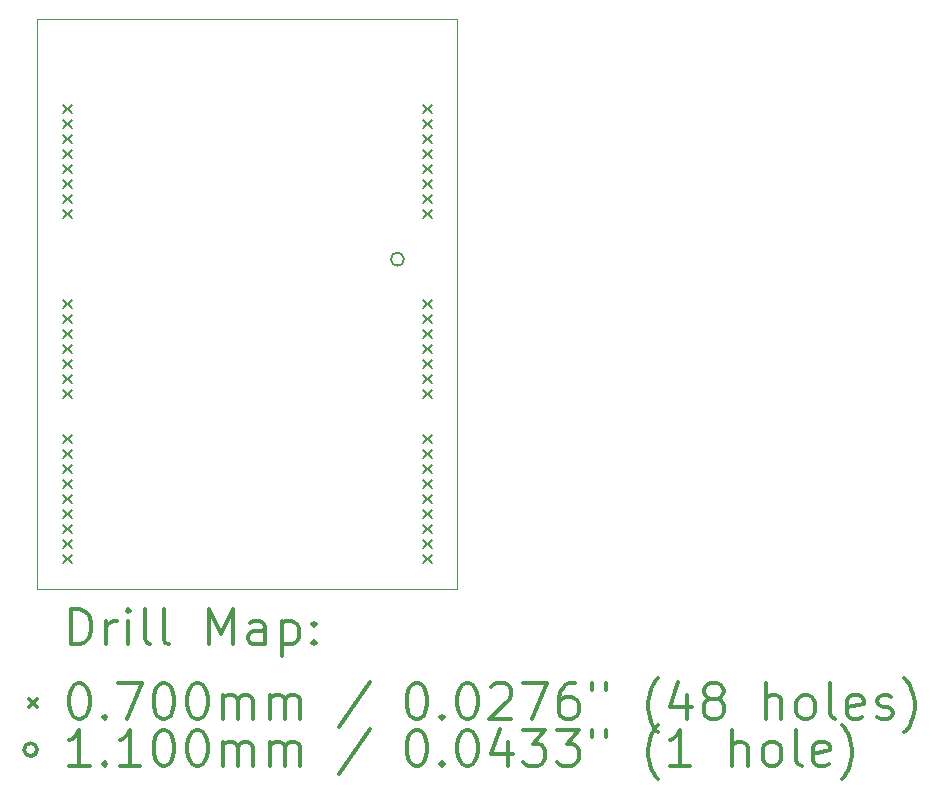
<source format=gbr>
%FSLAX45Y45*%
G04 Gerber Fmt 4.5, Leading zero omitted, Abs format (unit mm)*
G04 Created by KiCad (PCBNEW (5.1.10)-1) date 2021-12-23 11:07:06*
%MOMM*%
%LPD*%
G01*
G04 APERTURE LIST*
%TA.AperFunction,Profile*%
%ADD10C,0.050000*%
%TD*%
%ADD11C,0.200000*%
%ADD12C,0.300000*%
G04 APERTURE END LIST*
D10*
X13970000Y-12319000D02*
X17526000Y-12319000D01*
X13970000Y-7493000D02*
X13970000Y-12319000D01*
X17526000Y-7493000D02*
X13970000Y-7493000D01*
X17526000Y-12319000D02*
X17526000Y-7493000D01*
D11*
X14189000Y-8220000D02*
X14259000Y-8290000D01*
X14259000Y-8220000D02*
X14189000Y-8290000D01*
X14189000Y-8347000D02*
X14259000Y-8417000D01*
X14259000Y-8347000D02*
X14189000Y-8417000D01*
X14189000Y-8474000D02*
X14259000Y-8544000D01*
X14259000Y-8474000D02*
X14189000Y-8544000D01*
X14189000Y-8601000D02*
X14259000Y-8671000D01*
X14259000Y-8601000D02*
X14189000Y-8671000D01*
X14189000Y-8728000D02*
X14259000Y-8798000D01*
X14259000Y-8728000D02*
X14189000Y-8798000D01*
X14189000Y-8855000D02*
X14259000Y-8925000D01*
X14259000Y-8855000D02*
X14189000Y-8925000D01*
X14189000Y-8982000D02*
X14259000Y-9052000D01*
X14259000Y-8982000D02*
X14189000Y-9052000D01*
X14189000Y-9109000D02*
X14259000Y-9179000D01*
X14259000Y-9109000D02*
X14189000Y-9179000D01*
X14189000Y-9871000D02*
X14259000Y-9941000D01*
X14259000Y-9871000D02*
X14189000Y-9941000D01*
X14189000Y-9998000D02*
X14259000Y-10068000D01*
X14259000Y-9998000D02*
X14189000Y-10068000D01*
X14189000Y-10125000D02*
X14259000Y-10195000D01*
X14259000Y-10125000D02*
X14189000Y-10195000D01*
X14189000Y-10252000D02*
X14259000Y-10322000D01*
X14259000Y-10252000D02*
X14189000Y-10322000D01*
X14189000Y-10379000D02*
X14259000Y-10449000D01*
X14259000Y-10379000D02*
X14189000Y-10449000D01*
X14189000Y-10506000D02*
X14259000Y-10576000D01*
X14259000Y-10506000D02*
X14189000Y-10576000D01*
X14189000Y-10633000D02*
X14259000Y-10703000D01*
X14259000Y-10633000D02*
X14189000Y-10703000D01*
X14189000Y-11014000D02*
X14259000Y-11084000D01*
X14259000Y-11014000D02*
X14189000Y-11084000D01*
X14189000Y-11141000D02*
X14259000Y-11211000D01*
X14259000Y-11141000D02*
X14189000Y-11211000D01*
X14189000Y-11268000D02*
X14259000Y-11338000D01*
X14259000Y-11268000D02*
X14189000Y-11338000D01*
X14189000Y-11395000D02*
X14259000Y-11465000D01*
X14259000Y-11395000D02*
X14189000Y-11465000D01*
X14189000Y-11522000D02*
X14259000Y-11592000D01*
X14259000Y-11522000D02*
X14189000Y-11592000D01*
X14189000Y-11649000D02*
X14259000Y-11719000D01*
X14259000Y-11649000D02*
X14189000Y-11719000D01*
X14189000Y-11776000D02*
X14259000Y-11846000D01*
X14259000Y-11776000D02*
X14189000Y-11846000D01*
X14189000Y-11903000D02*
X14259000Y-11973000D01*
X14259000Y-11903000D02*
X14189000Y-11973000D01*
X14189000Y-12030000D02*
X14259000Y-12100000D01*
X14259000Y-12030000D02*
X14189000Y-12100000D01*
X17237000Y-8220000D02*
X17307000Y-8290000D01*
X17307000Y-8220000D02*
X17237000Y-8290000D01*
X17237000Y-8347000D02*
X17307000Y-8417000D01*
X17307000Y-8347000D02*
X17237000Y-8417000D01*
X17237000Y-8474000D02*
X17307000Y-8544000D01*
X17307000Y-8474000D02*
X17237000Y-8544000D01*
X17237000Y-8601000D02*
X17307000Y-8671000D01*
X17307000Y-8601000D02*
X17237000Y-8671000D01*
X17237000Y-8728000D02*
X17307000Y-8798000D01*
X17307000Y-8728000D02*
X17237000Y-8798000D01*
X17237000Y-8855000D02*
X17307000Y-8925000D01*
X17307000Y-8855000D02*
X17237000Y-8925000D01*
X17237000Y-8982000D02*
X17307000Y-9052000D01*
X17307000Y-8982000D02*
X17237000Y-9052000D01*
X17237000Y-9109000D02*
X17307000Y-9179000D01*
X17307000Y-9109000D02*
X17237000Y-9179000D01*
X17237000Y-9871000D02*
X17307000Y-9941000D01*
X17307000Y-9871000D02*
X17237000Y-9941000D01*
X17237000Y-9998000D02*
X17307000Y-10068000D01*
X17307000Y-9998000D02*
X17237000Y-10068000D01*
X17237000Y-10125000D02*
X17307000Y-10195000D01*
X17307000Y-10125000D02*
X17237000Y-10195000D01*
X17237000Y-10252000D02*
X17307000Y-10322000D01*
X17307000Y-10252000D02*
X17237000Y-10322000D01*
X17237000Y-10379000D02*
X17307000Y-10449000D01*
X17307000Y-10379000D02*
X17237000Y-10449000D01*
X17237000Y-10506000D02*
X17307000Y-10576000D01*
X17307000Y-10506000D02*
X17237000Y-10576000D01*
X17237000Y-10633000D02*
X17307000Y-10703000D01*
X17307000Y-10633000D02*
X17237000Y-10703000D01*
X17237000Y-11014000D02*
X17307000Y-11084000D01*
X17307000Y-11014000D02*
X17237000Y-11084000D01*
X17237000Y-11141000D02*
X17307000Y-11211000D01*
X17307000Y-11141000D02*
X17237000Y-11211000D01*
X17237000Y-11268000D02*
X17307000Y-11338000D01*
X17307000Y-11268000D02*
X17237000Y-11338000D01*
X17237000Y-11395000D02*
X17307000Y-11465000D01*
X17307000Y-11395000D02*
X17237000Y-11465000D01*
X17237000Y-11522000D02*
X17307000Y-11592000D01*
X17307000Y-11522000D02*
X17237000Y-11592000D01*
X17237000Y-11649000D02*
X17307000Y-11719000D01*
X17307000Y-11649000D02*
X17237000Y-11719000D01*
X17237000Y-11776000D02*
X17307000Y-11846000D01*
X17307000Y-11776000D02*
X17237000Y-11846000D01*
X17237000Y-11903000D02*
X17307000Y-11973000D01*
X17307000Y-11903000D02*
X17237000Y-11973000D01*
X17237000Y-12030000D02*
X17307000Y-12100000D01*
X17307000Y-12030000D02*
X17237000Y-12100000D01*
X17073000Y-9525000D02*
G75*
G03*
X17073000Y-9525000I-55000J0D01*
G01*
D12*
X14253928Y-12787214D02*
X14253928Y-12487214D01*
X14325357Y-12487214D01*
X14368214Y-12501500D01*
X14396786Y-12530071D01*
X14411071Y-12558643D01*
X14425357Y-12615786D01*
X14425357Y-12658643D01*
X14411071Y-12715786D01*
X14396786Y-12744357D01*
X14368214Y-12772929D01*
X14325357Y-12787214D01*
X14253928Y-12787214D01*
X14553928Y-12787214D02*
X14553928Y-12587214D01*
X14553928Y-12644357D02*
X14568214Y-12615786D01*
X14582500Y-12601500D01*
X14611071Y-12587214D01*
X14639643Y-12587214D01*
X14739643Y-12787214D02*
X14739643Y-12587214D01*
X14739643Y-12487214D02*
X14725357Y-12501500D01*
X14739643Y-12515786D01*
X14753928Y-12501500D01*
X14739643Y-12487214D01*
X14739643Y-12515786D01*
X14925357Y-12787214D02*
X14896786Y-12772929D01*
X14882500Y-12744357D01*
X14882500Y-12487214D01*
X15082500Y-12787214D02*
X15053928Y-12772929D01*
X15039643Y-12744357D01*
X15039643Y-12487214D01*
X15425357Y-12787214D02*
X15425357Y-12487214D01*
X15525357Y-12701500D01*
X15625357Y-12487214D01*
X15625357Y-12787214D01*
X15896786Y-12787214D02*
X15896786Y-12630071D01*
X15882500Y-12601500D01*
X15853928Y-12587214D01*
X15796786Y-12587214D01*
X15768214Y-12601500D01*
X15896786Y-12772929D02*
X15868214Y-12787214D01*
X15796786Y-12787214D01*
X15768214Y-12772929D01*
X15753928Y-12744357D01*
X15753928Y-12715786D01*
X15768214Y-12687214D01*
X15796786Y-12672929D01*
X15868214Y-12672929D01*
X15896786Y-12658643D01*
X16039643Y-12587214D02*
X16039643Y-12887214D01*
X16039643Y-12601500D02*
X16068214Y-12587214D01*
X16125357Y-12587214D01*
X16153928Y-12601500D01*
X16168214Y-12615786D01*
X16182500Y-12644357D01*
X16182500Y-12730071D01*
X16168214Y-12758643D01*
X16153928Y-12772929D01*
X16125357Y-12787214D01*
X16068214Y-12787214D01*
X16039643Y-12772929D01*
X16311071Y-12758643D02*
X16325357Y-12772929D01*
X16311071Y-12787214D01*
X16296786Y-12772929D01*
X16311071Y-12758643D01*
X16311071Y-12787214D01*
X16311071Y-12601500D02*
X16325357Y-12615786D01*
X16311071Y-12630071D01*
X16296786Y-12615786D01*
X16311071Y-12601500D01*
X16311071Y-12630071D01*
X13897500Y-13246500D02*
X13967500Y-13316500D01*
X13967500Y-13246500D02*
X13897500Y-13316500D01*
X14311071Y-13117214D02*
X14339643Y-13117214D01*
X14368214Y-13131500D01*
X14382500Y-13145786D01*
X14396786Y-13174357D01*
X14411071Y-13231500D01*
X14411071Y-13302929D01*
X14396786Y-13360071D01*
X14382500Y-13388643D01*
X14368214Y-13402929D01*
X14339643Y-13417214D01*
X14311071Y-13417214D01*
X14282500Y-13402929D01*
X14268214Y-13388643D01*
X14253928Y-13360071D01*
X14239643Y-13302929D01*
X14239643Y-13231500D01*
X14253928Y-13174357D01*
X14268214Y-13145786D01*
X14282500Y-13131500D01*
X14311071Y-13117214D01*
X14539643Y-13388643D02*
X14553928Y-13402929D01*
X14539643Y-13417214D01*
X14525357Y-13402929D01*
X14539643Y-13388643D01*
X14539643Y-13417214D01*
X14653928Y-13117214D02*
X14853928Y-13117214D01*
X14725357Y-13417214D01*
X15025357Y-13117214D02*
X15053928Y-13117214D01*
X15082500Y-13131500D01*
X15096786Y-13145786D01*
X15111071Y-13174357D01*
X15125357Y-13231500D01*
X15125357Y-13302929D01*
X15111071Y-13360071D01*
X15096786Y-13388643D01*
X15082500Y-13402929D01*
X15053928Y-13417214D01*
X15025357Y-13417214D01*
X14996786Y-13402929D01*
X14982500Y-13388643D01*
X14968214Y-13360071D01*
X14953928Y-13302929D01*
X14953928Y-13231500D01*
X14968214Y-13174357D01*
X14982500Y-13145786D01*
X14996786Y-13131500D01*
X15025357Y-13117214D01*
X15311071Y-13117214D02*
X15339643Y-13117214D01*
X15368214Y-13131500D01*
X15382500Y-13145786D01*
X15396786Y-13174357D01*
X15411071Y-13231500D01*
X15411071Y-13302929D01*
X15396786Y-13360071D01*
X15382500Y-13388643D01*
X15368214Y-13402929D01*
X15339643Y-13417214D01*
X15311071Y-13417214D01*
X15282500Y-13402929D01*
X15268214Y-13388643D01*
X15253928Y-13360071D01*
X15239643Y-13302929D01*
X15239643Y-13231500D01*
X15253928Y-13174357D01*
X15268214Y-13145786D01*
X15282500Y-13131500D01*
X15311071Y-13117214D01*
X15539643Y-13417214D02*
X15539643Y-13217214D01*
X15539643Y-13245786D02*
X15553928Y-13231500D01*
X15582500Y-13217214D01*
X15625357Y-13217214D01*
X15653928Y-13231500D01*
X15668214Y-13260071D01*
X15668214Y-13417214D01*
X15668214Y-13260071D02*
X15682500Y-13231500D01*
X15711071Y-13217214D01*
X15753928Y-13217214D01*
X15782500Y-13231500D01*
X15796786Y-13260071D01*
X15796786Y-13417214D01*
X15939643Y-13417214D02*
X15939643Y-13217214D01*
X15939643Y-13245786D02*
X15953928Y-13231500D01*
X15982500Y-13217214D01*
X16025357Y-13217214D01*
X16053928Y-13231500D01*
X16068214Y-13260071D01*
X16068214Y-13417214D01*
X16068214Y-13260071D02*
X16082500Y-13231500D01*
X16111071Y-13217214D01*
X16153928Y-13217214D01*
X16182500Y-13231500D01*
X16196786Y-13260071D01*
X16196786Y-13417214D01*
X16782500Y-13102929D02*
X16525357Y-13488643D01*
X17168214Y-13117214D02*
X17196786Y-13117214D01*
X17225357Y-13131500D01*
X17239643Y-13145786D01*
X17253928Y-13174357D01*
X17268214Y-13231500D01*
X17268214Y-13302929D01*
X17253928Y-13360071D01*
X17239643Y-13388643D01*
X17225357Y-13402929D01*
X17196786Y-13417214D01*
X17168214Y-13417214D01*
X17139643Y-13402929D01*
X17125357Y-13388643D01*
X17111071Y-13360071D01*
X17096786Y-13302929D01*
X17096786Y-13231500D01*
X17111071Y-13174357D01*
X17125357Y-13145786D01*
X17139643Y-13131500D01*
X17168214Y-13117214D01*
X17396786Y-13388643D02*
X17411071Y-13402929D01*
X17396786Y-13417214D01*
X17382500Y-13402929D01*
X17396786Y-13388643D01*
X17396786Y-13417214D01*
X17596786Y-13117214D02*
X17625357Y-13117214D01*
X17653928Y-13131500D01*
X17668214Y-13145786D01*
X17682500Y-13174357D01*
X17696786Y-13231500D01*
X17696786Y-13302929D01*
X17682500Y-13360071D01*
X17668214Y-13388643D01*
X17653928Y-13402929D01*
X17625357Y-13417214D01*
X17596786Y-13417214D01*
X17568214Y-13402929D01*
X17553928Y-13388643D01*
X17539643Y-13360071D01*
X17525357Y-13302929D01*
X17525357Y-13231500D01*
X17539643Y-13174357D01*
X17553928Y-13145786D01*
X17568214Y-13131500D01*
X17596786Y-13117214D01*
X17811071Y-13145786D02*
X17825357Y-13131500D01*
X17853928Y-13117214D01*
X17925357Y-13117214D01*
X17953928Y-13131500D01*
X17968214Y-13145786D01*
X17982500Y-13174357D01*
X17982500Y-13202929D01*
X17968214Y-13245786D01*
X17796786Y-13417214D01*
X17982500Y-13417214D01*
X18082500Y-13117214D02*
X18282500Y-13117214D01*
X18153928Y-13417214D01*
X18525357Y-13117214D02*
X18468214Y-13117214D01*
X18439643Y-13131500D01*
X18425357Y-13145786D01*
X18396786Y-13188643D01*
X18382500Y-13245786D01*
X18382500Y-13360071D01*
X18396786Y-13388643D01*
X18411071Y-13402929D01*
X18439643Y-13417214D01*
X18496786Y-13417214D01*
X18525357Y-13402929D01*
X18539643Y-13388643D01*
X18553928Y-13360071D01*
X18553928Y-13288643D01*
X18539643Y-13260071D01*
X18525357Y-13245786D01*
X18496786Y-13231500D01*
X18439643Y-13231500D01*
X18411071Y-13245786D01*
X18396786Y-13260071D01*
X18382500Y-13288643D01*
X18668214Y-13117214D02*
X18668214Y-13174357D01*
X18782500Y-13117214D02*
X18782500Y-13174357D01*
X19225357Y-13531500D02*
X19211071Y-13517214D01*
X19182500Y-13474357D01*
X19168214Y-13445786D01*
X19153928Y-13402929D01*
X19139643Y-13331500D01*
X19139643Y-13274357D01*
X19153928Y-13202929D01*
X19168214Y-13160071D01*
X19182500Y-13131500D01*
X19211071Y-13088643D01*
X19225357Y-13074357D01*
X19468214Y-13217214D02*
X19468214Y-13417214D01*
X19396786Y-13102929D02*
X19325357Y-13317214D01*
X19511071Y-13317214D01*
X19668214Y-13245786D02*
X19639643Y-13231500D01*
X19625357Y-13217214D01*
X19611071Y-13188643D01*
X19611071Y-13174357D01*
X19625357Y-13145786D01*
X19639643Y-13131500D01*
X19668214Y-13117214D01*
X19725357Y-13117214D01*
X19753928Y-13131500D01*
X19768214Y-13145786D01*
X19782500Y-13174357D01*
X19782500Y-13188643D01*
X19768214Y-13217214D01*
X19753928Y-13231500D01*
X19725357Y-13245786D01*
X19668214Y-13245786D01*
X19639643Y-13260071D01*
X19625357Y-13274357D01*
X19611071Y-13302929D01*
X19611071Y-13360071D01*
X19625357Y-13388643D01*
X19639643Y-13402929D01*
X19668214Y-13417214D01*
X19725357Y-13417214D01*
X19753928Y-13402929D01*
X19768214Y-13388643D01*
X19782500Y-13360071D01*
X19782500Y-13302929D01*
X19768214Y-13274357D01*
X19753928Y-13260071D01*
X19725357Y-13245786D01*
X20139643Y-13417214D02*
X20139643Y-13117214D01*
X20268214Y-13417214D02*
X20268214Y-13260071D01*
X20253928Y-13231500D01*
X20225357Y-13217214D01*
X20182500Y-13217214D01*
X20153928Y-13231500D01*
X20139643Y-13245786D01*
X20453928Y-13417214D02*
X20425357Y-13402929D01*
X20411071Y-13388643D01*
X20396786Y-13360071D01*
X20396786Y-13274357D01*
X20411071Y-13245786D01*
X20425357Y-13231500D01*
X20453928Y-13217214D01*
X20496786Y-13217214D01*
X20525357Y-13231500D01*
X20539643Y-13245786D01*
X20553928Y-13274357D01*
X20553928Y-13360071D01*
X20539643Y-13388643D01*
X20525357Y-13402929D01*
X20496786Y-13417214D01*
X20453928Y-13417214D01*
X20725357Y-13417214D02*
X20696786Y-13402929D01*
X20682500Y-13374357D01*
X20682500Y-13117214D01*
X20953928Y-13402929D02*
X20925357Y-13417214D01*
X20868214Y-13417214D01*
X20839643Y-13402929D01*
X20825357Y-13374357D01*
X20825357Y-13260071D01*
X20839643Y-13231500D01*
X20868214Y-13217214D01*
X20925357Y-13217214D01*
X20953928Y-13231500D01*
X20968214Y-13260071D01*
X20968214Y-13288643D01*
X20825357Y-13317214D01*
X21082500Y-13402929D02*
X21111071Y-13417214D01*
X21168214Y-13417214D01*
X21196786Y-13402929D01*
X21211071Y-13374357D01*
X21211071Y-13360071D01*
X21196786Y-13331500D01*
X21168214Y-13317214D01*
X21125357Y-13317214D01*
X21096786Y-13302929D01*
X21082500Y-13274357D01*
X21082500Y-13260071D01*
X21096786Y-13231500D01*
X21125357Y-13217214D01*
X21168214Y-13217214D01*
X21196786Y-13231500D01*
X21311071Y-13531500D02*
X21325357Y-13517214D01*
X21353928Y-13474357D01*
X21368214Y-13445786D01*
X21382500Y-13402929D01*
X21396786Y-13331500D01*
X21396786Y-13274357D01*
X21382500Y-13202929D01*
X21368214Y-13160071D01*
X21353928Y-13131500D01*
X21325357Y-13088643D01*
X21311071Y-13074357D01*
X13967500Y-13677500D02*
G75*
G03*
X13967500Y-13677500I-55000J0D01*
G01*
X14411071Y-13813214D02*
X14239643Y-13813214D01*
X14325357Y-13813214D02*
X14325357Y-13513214D01*
X14296786Y-13556071D01*
X14268214Y-13584643D01*
X14239643Y-13598929D01*
X14539643Y-13784643D02*
X14553928Y-13798929D01*
X14539643Y-13813214D01*
X14525357Y-13798929D01*
X14539643Y-13784643D01*
X14539643Y-13813214D01*
X14839643Y-13813214D02*
X14668214Y-13813214D01*
X14753928Y-13813214D02*
X14753928Y-13513214D01*
X14725357Y-13556071D01*
X14696786Y-13584643D01*
X14668214Y-13598929D01*
X15025357Y-13513214D02*
X15053928Y-13513214D01*
X15082500Y-13527500D01*
X15096786Y-13541786D01*
X15111071Y-13570357D01*
X15125357Y-13627500D01*
X15125357Y-13698929D01*
X15111071Y-13756071D01*
X15096786Y-13784643D01*
X15082500Y-13798929D01*
X15053928Y-13813214D01*
X15025357Y-13813214D01*
X14996786Y-13798929D01*
X14982500Y-13784643D01*
X14968214Y-13756071D01*
X14953928Y-13698929D01*
X14953928Y-13627500D01*
X14968214Y-13570357D01*
X14982500Y-13541786D01*
X14996786Y-13527500D01*
X15025357Y-13513214D01*
X15311071Y-13513214D02*
X15339643Y-13513214D01*
X15368214Y-13527500D01*
X15382500Y-13541786D01*
X15396786Y-13570357D01*
X15411071Y-13627500D01*
X15411071Y-13698929D01*
X15396786Y-13756071D01*
X15382500Y-13784643D01*
X15368214Y-13798929D01*
X15339643Y-13813214D01*
X15311071Y-13813214D01*
X15282500Y-13798929D01*
X15268214Y-13784643D01*
X15253928Y-13756071D01*
X15239643Y-13698929D01*
X15239643Y-13627500D01*
X15253928Y-13570357D01*
X15268214Y-13541786D01*
X15282500Y-13527500D01*
X15311071Y-13513214D01*
X15539643Y-13813214D02*
X15539643Y-13613214D01*
X15539643Y-13641786D02*
X15553928Y-13627500D01*
X15582500Y-13613214D01*
X15625357Y-13613214D01*
X15653928Y-13627500D01*
X15668214Y-13656071D01*
X15668214Y-13813214D01*
X15668214Y-13656071D02*
X15682500Y-13627500D01*
X15711071Y-13613214D01*
X15753928Y-13613214D01*
X15782500Y-13627500D01*
X15796786Y-13656071D01*
X15796786Y-13813214D01*
X15939643Y-13813214D02*
X15939643Y-13613214D01*
X15939643Y-13641786D02*
X15953928Y-13627500D01*
X15982500Y-13613214D01*
X16025357Y-13613214D01*
X16053928Y-13627500D01*
X16068214Y-13656071D01*
X16068214Y-13813214D01*
X16068214Y-13656071D02*
X16082500Y-13627500D01*
X16111071Y-13613214D01*
X16153928Y-13613214D01*
X16182500Y-13627500D01*
X16196786Y-13656071D01*
X16196786Y-13813214D01*
X16782500Y-13498929D02*
X16525357Y-13884643D01*
X17168214Y-13513214D02*
X17196786Y-13513214D01*
X17225357Y-13527500D01*
X17239643Y-13541786D01*
X17253928Y-13570357D01*
X17268214Y-13627500D01*
X17268214Y-13698929D01*
X17253928Y-13756071D01*
X17239643Y-13784643D01*
X17225357Y-13798929D01*
X17196786Y-13813214D01*
X17168214Y-13813214D01*
X17139643Y-13798929D01*
X17125357Y-13784643D01*
X17111071Y-13756071D01*
X17096786Y-13698929D01*
X17096786Y-13627500D01*
X17111071Y-13570357D01*
X17125357Y-13541786D01*
X17139643Y-13527500D01*
X17168214Y-13513214D01*
X17396786Y-13784643D02*
X17411071Y-13798929D01*
X17396786Y-13813214D01*
X17382500Y-13798929D01*
X17396786Y-13784643D01*
X17396786Y-13813214D01*
X17596786Y-13513214D02*
X17625357Y-13513214D01*
X17653928Y-13527500D01*
X17668214Y-13541786D01*
X17682500Y-13570357D01*
X17696786Y-13627500D01*
X17696786Y-13698929D01*
X17682500Y-13756071D01*
X17668214Y-13784643D01*
X17653928Y-13798929D01*
X17625357Y-13813214D01*
X17596786Y-13813214D01*
X17568214Y-13798929D01*
X17553928Y-13784643D01*
X17539643Y-13756071D01*
X17525357Y-13698929D01*
X17525357Y-13627500D01*
X17539643Y-13570357D01*
X17553928Y-13541786D01*
X17568214Y-13527500D01*
X17596786Y-13513214D01*
X17953928Y-13613214D02*
X17953928Y-13813214D01*
X17882500Y-13498929D02*
X17811071Y-13713214D01*
X17996786Y-13713214D01*
X18082500Y-13513214D02*
X18268214Y-13513214D01*
X18168214Y-13627500D01*
X18211071Y-13627500D01*
X18239643Y-13641786D01*
X18253928Y-13656071D01*
X18268214Y-13684643D01*
X18268214Y-13756071D01*
X18253928Y-13784643D01*
X18239643Y-13798929D01*
X18211071Y-13813214D01*
X18125357Y-13813214D01*
X18096786Y-13798929D01*
X18082500Y-13784643D01*
X18368214Y-13513214D02*
X18553928Y-13513214D01*
X18453928Y-13627500D01*
X18496786Y-13627500D01*
X18525357Y-13641786D01*
X18539643Y-13656071D01*
X18553928Y-13684643D01*
X18553928Y-13756071D01*
X18539643Y-13784643D01*
X18525357Y-13798929D01*
X18496786Y-13813214D01*
X18411071Y-13813214D01*
X18382500Y-13798929D01*
X18368214Y-13784643D01*
X18668214Y-13513214D02*
X18668214Y-13570357D01*
X18782500Y-13513214D02*
X18782500Y-13570357D01*
X19225357Y-13927500D02*
X19211071Y-13913214D01*
X19182500Y-13870357D01*
X19168214Y-13841786D01*
X19153928Y-13798929D01*
X19139643Y-13727500D01*
X19139643Y-13670357D01*
X19153928Y-13598929D01*
X19168214Y-13556071D01*
X19182500Y-13527500D01*
X19211071Y-13484643D01*
X19225357Y-13470357D01*
X19496786Y-13813214D02*
X19325357Y-13813214D01*
X19411071Y-13813214D02*
X19411071Y-13513214D01*
X19382500Y-13556071D01*
X19353928Y-13584643D01*
X19325357Y-13598929D01*
X19853928Y-13813214D02*
X19853928Y-13513214D01*
X19982500Y-13813214D02*
X19982500Y-13656071D01*
X19968214Y-13627500D01*
X19939643Y-13613214D01*
X19896786Y-13613214D01*
X19868214Y-13627500D01*
X19853928Y-13641786D01*
X20168214Y-13813214D02*
X20139643Y-13798929D01*
X20125357Y-13784643D01*
X20111071Y-13756071D01*
X20111071Y-13670357D01*
X20125357Y-13641786D01*
X20139643Y-13627500D01*
X20168214Y-13613214D01*
X20211071Y-13613214D01*
X20239643Y-13627500D01*
X20253928Y-13641786D01*
X20268214Y-13670357D01*
X20268214Y-13756071D01*
X20253928Y-13784643D01*
X20239643Y-13798929D01*
X20211071Y-13813214D01*
X20168214Y-13813214D01*
X20439643Y-13813214D02*
X20411071Y-13798929D01*
X20396786Y-13770357D01*
X20396786Y-13513214D01*
X20668214Y-13798929D02*
X20639643Y-13813214D01*
X20582500Y-13813214D01*
X20553928Y-13798929D01*
X20539643Y-13770357D01*
X20539643Y-13656071D01*
X20553928Y-13627500D01*
X20582500Y-13613214D01*
X20639643Y-13613214D01*
X20668214Y-13627500D01*
X20682500Y-13656071D01*
X20682500Y-13684643D01*
X20539643Y-13713214D01*
X20782500Y-13927500D02*
X20796786Y-13913214D01*
X20825357Y-13870357D01*
X20839643Y-13841786D01*
X20853928Y-13798929D01*
X20868214Y-13727500D01*
X20868214Y-13670357D01*
X20853928Y-13598929D01*
X20839643Y-13556071D01*
X20825357Y-13527500D01*
X20796786Y-13484643D01*
X20782500Y-13470357D01*
M02*

</source>
